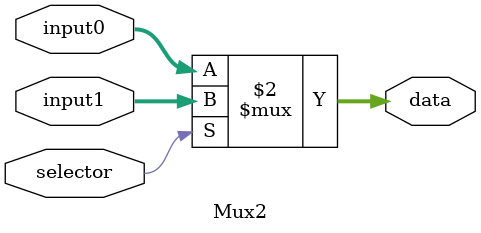
<source format=v>
module Mux2 (
	input 			selector,
	input 	[31:0] 	input0,
	input 	[31:0] 	input1,
	output 	[31:0] 	data
);

assign data = (selector == 0 ? input0 : input1);

endmodule //Mux2
</source>
